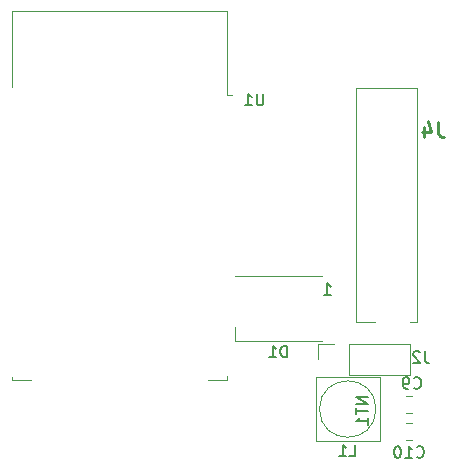
<source format=gbr>
%TF.GenerationSoftware,KiCad,Pcbnew,(5.1.10)-1*%
%TF.CreationDate,2022-01-02T17:41:35+01:00*%
%TF.ProjectId,3DESPWrover,33444553-5057-4726-9f76-65722e6b6963,rev?*%
%TF.SameCoordinates,Original*%
%TF.FileFunction,Legend,Bot*%
%TF.FilePolarity,Positive*%
%FSLAX46Y46*%
G04 Gerber Fmt 4.6, Leading zero omitted, Abs format (unit mm)*
G04 Created by KiCad (PCBNEW (5.1.10)-1) date 2022-01-02 17:41:35*
%MOMM*%
%LPD*%
G01*
G04 APERTURE LIST*
%ADD10C,0.120000*%
%ADD11C,0.100000*%
%ADD12C,0.150000*%
%ADD13C,0.254000*%
G04 APERTURE END LIST*
D10*
%TO.C,U1*%
X220702000Y-83047000D02*
X219042000Y-83047000D01*
X220702000Y-82687000D02*
X220702000Y-83047000D01*
X202462000Y-83047000D02*
X204122000Y-83047000D01*
X202462000Y-82787000D02*
X202462000Y-83047000D01*
X220707000Y-51797000D02*
X202452000Y-51797000D01*
X220692000Y-58877000D02*
X220707000Y-51797000D01*
X202452000Y-58217000D02*
X202452000Y-51797000D01*
X220692000Y-58877000D02*
X221082000Y-58877000D01*
%TO.C,D1*%
X228694000Y-74212000D02*
X221394000Y-74212000D01*
X228694000Y-79712000D02*
X221394000Y-79712000D01*
X221394000Y-79712000D02*
X221394000Y-78562000D01*
%TO.C,C9*%
X235831748Y-84355000D02*
X236354252Y-84355000D01*
X235831748Y-85825000D02*
X236354252Y-85825000D01*
%TO.C,C10*%
X235831748Y-86641000D02*
X236354252Y-86641000D01*
X235831748Y-88111000D02*
X236354252Y-88111000D01*
%TO.C,J2*%
X236153000Y-79924600D02*
X236153000Y-82584600D01*
X231013000Y-79924600D02*
X236153000Y-79924600D01*
X231013000Y-82584600D02*
X236153000Y-82584600D01*
X231013000Y-79924600D02*
X231013000Y-82584600D01*
X229743000Y-79924600D02*
X228413000Y-79924600D01*
X228413000Y-79924600D02*
X228413000Y-81254600D01*
%TO.C,L1*%
X233612000Y-82771000D02*
X233612000Y-88171000D01*
X228212000Y-82771000D02*
X233612000Y-82771000D01*
X228212000Y-88171000D02*
X228212000Y-82771000D01*
X233302334Y-85471000D02*
G75*
G03*
X233302334Y-85471000I-2390334J0D01*
G01*
X233612000Y-88171000D02*
X228212000Y-88171000D01*
D11*
%TO.C,J4*%
X236788000Y-78099000D02*
X236188000Y-78099000D01*
X236788000Y-58299000D02*
X236788000Y-78099000D01*
X231588000Y-58299000D02*
X236788000Y-58299000D01*
X231588000Y-78099000D02*
X231588000Y-58299000D01*
X233188000Y-78099000D02*
X231588000Y-78099000D01*
%TO.C,U1*%
D12*
X223773904Y-58761380D02*
X223773904Y-59570904D01*
X223726285Y-59666142D01*
X223678666Y-59713761D01*
X223583428Y-59761380D01*
X223392952Y-59761380D01*
X223297714Y-59713761D01*
X223250095Y-59666142D01*
X223202476Y-59570904D01*
X223202476Y-58761380D01*
X222202476Y-59761380D02*
X222773904Y-59761380D01*
X222488190Y-59761380D02*
X222488190Y-58761380D01*
X222583428Y-58904238D01*
X222678666Y-58999476D01*
X222773904Y-59047095D01*
%TO.C,D1*%
X225782095Y-81097380D02*
X225782095Y-80097380D01*
X225544000Y-80097380D01*
X225401142Y-80145000D01*
X225305904Y-80240238D01*
X225258285Y-80335476D01*
X225210666Y-80525952D01*
X225210666Y-80668809D01*
X225258285Y-80859285D01*
X225305904Y-80954523D01*
X225401142Y-81049761D01*
X225544000Y-81097380D01*
X225782095Y-81097380D01*
X224258285Y-81097380D02*
X224829714Y-81097380D01*
X224544000Y-81097380D02*
X224544000Y-80097380D01*
X224639238Y-80240238D01*
X224734476Y-80335476D01*
X224829714Y-80383095D01*
X228908285Y-75814380D02*
X229479714Y-75814380D01*
X229194000Y-75814380D02*
X229194000Y-74814380D01*
X229289238Y-74957238D01*
X229384476Y-75052476D01*
X229479714Y-75100095D01*
%TO.C,C9*%
X236513666Y-83669142D02*
X236561285Y-83716761D01*
X236704142Y-83764380D01*
X236799380Y-83764380D01*
X236942238Y-83716761D01*
X237037476Y-83621523D01*
X237085095Y-83526285D01*
X237132714Y-83335809D01*
X237132714Y-83192952D01*
X237085095Y-83002476D01*
X237037476Y-82907238D01*
X236942238Y-82812000D01*
X236799380Y-82764380D01*
X236704142Y-82764380D01*
X236561285Y-82812000D01*
X236513666Y-82859619D01*
X236037476Y-83764380D02*
X235847000Y-83764380D01*
X235751761Y-83716761D01*
X235704142Y-83669142D01*
X235608904Y-83526285D01*
X235561285Y-83335809D01*
X235561285Y-82954857D01*
X235608904Y-82859619D01*
X235656523Y-82812000D01*
X235751761Y-82764380D01*
X235942238Y-82764380D01*
X236037476Y-82812000D01*
X236085095Y-82859619D01*
X236132714Y-82954857D01*
X236132714Y-83192952D01*
X236085095Y-83288190D01*
X236037476Y-83335809D01*
X235942238Y-83383428D01*
X235751761Y-83383428D01*
X235656523Y-83335809D01*
X235608904Y-83288190D01*
X235561285Y-83192952D01*
%TO.C,C10*%
X236735857Y-89511142D02*
X236783476Y-89558761D01*
X236926333Y-89606380D01*
X237021571Y-89606380D01*
X237164428Y-89558761D01*
X237259666Y-89463523D01*
X237307285Y-89368285D01*
X237354904Y-89177809D01*
X237354904Y-89034952D01*
X237307285Y-88844476D01*
X237259666Y-88749238D01*
X237164428Y-88654000D01*
X237021571Y-88606380D01*
X236926333Y-88606380D01*
X236783476Y-88654000D01*
X236735857Y-88701619D01*
X235783476Y-89606380D02*
X236354904Y-89606380D01*
X236069190Y-89606380D02*
X236069190Y-88606380D01*
X236164428Y-88749238D01*
X236259666Y-88844476D01*
X236354904Y-88892095D01*
X235164428Y-88606380D02*
X235069190Y-88606380D01*
X234973952Y-88654000D01*
X234926333Y-88701619D01*
X234878714Y-88796857D01*
X234831095Y-88987333D01*
X234831095Y-89225428D01*
X234878714Y-89415904D01*
X234926333Y-89511142D01*
X234973952Y-89558761D01*
X235069190Y-89606380D01*
X235164428Y-89606380D01*
X235259666Y-89558761D01*
X235307285Y-89511142D01*
X235354904Y-89415904D01*
X235402523Y-89225428D01*
X235402523Y-88987333D01*
X235354904Y-88796857D01*
X235307285Y-88701619D01*
X235259666Y-88654000D01*
X235164428Y-88606380D01*
%TO.C,J2*%
X237442333Y-80579980D02*
X237442333Y-81294266D01*
X237489952Y-81437123D01*
X237585190Y-81532361D01*
X237728047Y-81579980D01*
X237823285Y-81579980D01*
X237013761Y-80675219D02*
X236966142Y-80627600D01*
X236870904Y-80579980D01*
X236632809Y-80579980D01*
X236537571Y-80627600D01*
X236489952Y-80675219D01*
X236442333Y-80770457D01*
X236442333Y-80865695D01*
X236489952Y-81008552D01*
X237061380Y-81579980D01*
X236442333Y-81579980D01*
%TO.C,L1*%
X231052666Y-89479380D02*
X231528857Y-89479380D01*
X231528857Y-88479380D01*
X230195523Y-89479380D02*
X230766952Y-89479380D01*
X230481238Y-89479380D02*
X230481238Y-88479380D01*
X230576476Y-88622238D01*
X230671714Y-88717476D01*
X230766952Y-88765095D01*
%TO.C,J4*%
D13*
X238548333Y-61153523D02*
X238548333Y-62060666D01*
X238608809Y-62242095D01*
X238729761Y-62363047D01*
X238911190Y-62423523D01*
X239032142Y-62423523D01*
X237399285Y-61576857D02*
X237399285Y-62423523D01*
X237701666Y-61093047D02*
X238004047Y-62000190D01*
X237217857Y-62000190D01*
%TO.C,NT1*%
D12*
X232608380Y-84455142D02*
X231608380Y-84455142D01*
X232608380Y-85026571D01*
X231608380Y-85026571D01*
X231608380Y-85359904D02*
X231608380Y-85931333D01*
X232608380Y-85645619D02*
X231608380Y-85645619D01*
X232608380Y-86788476D02*
X232608380Y-86217047D01*
X232608380Y-86502761D02*
X231608380Y-86502761D01*
X231751238Y-86407523D01*
X231846476Y-86312285D01*
X231894095Y-86217047D01*
%TD*%
M02*

</source>
